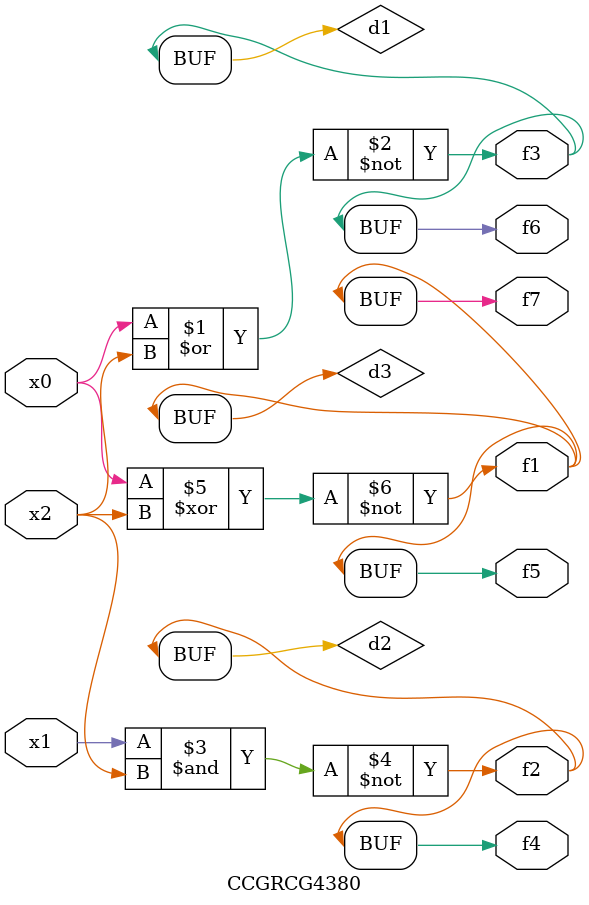
<source format=v>
module CCGRCG4380(
	input x0, x1, x2,
	output f1, f2, f3, f4, f5, f6, f7
);

	wire d1, d2, d3;

	nor (d1, x0, x2);
	nand (d2, x1, x2);
	xnor (d3, x0, x2);
	assign f1 = d3;
	assign f2 = d2;
	assign f3 = d1;
	assign f4 = d2;
	assign f5 = d3;
	assign f6 = d1;
	assign f7 = d3;
endmodule

</source>
